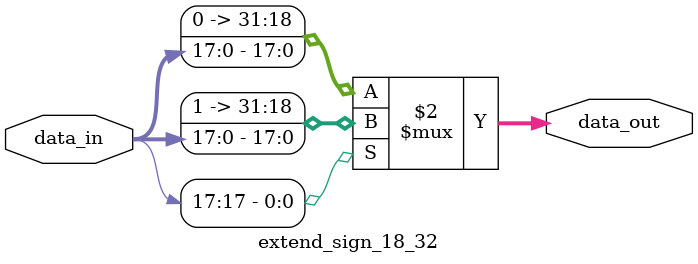
<source format=v>


`timescale 1ns / 1ns

module extend_sign_18_32 (
    input [17:0] data_in,
    output [31:0] data_out
    );

    assign data_out = (data_in[17] == 0) ? {14'b0, data_in} : {14'b11111111111111, data_in};
    
endmodule
</source>
